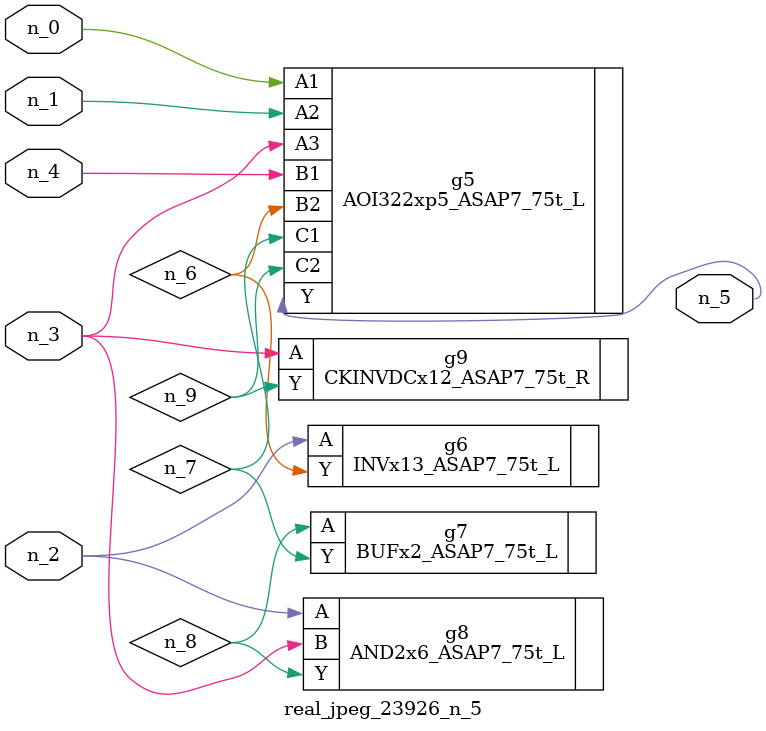
<source format=v>
module real_jpeg_23926_n_5 (n_4, n_0, n_1, n_2, n_3, n_5);

input n_4;
input n_0;
input n_1;
input n_2;
input n_3;

output n_5;

wire n_8;
wire n_6;
wire n_7;
wire n_9;

AOI322xp5_ASAP7_75t_L g5 ( 
.A1(n_0),
.A2(n_1),
.A3(n_3),
.B1(n_4),
.B2(n_6),
.C1(n_7),
.C2(n_9),
.Y(n_5)
);

INVx13_ASAP7_75t_L g6 ( 
.A(n_2),
.Y(n_6)
);

AND2x6_ASAP7_75t_L g8 ( 
.A(n_2),
.B(n_3),
.Y(n_8)
);

CKINVDCx12_ASAP7_75t_R g9 ( 
.A(n_3),
.Y(n_9)
);

BUFx2_ASAP7_75t_L g7 ( 
.A(n_8),
.Y(n_7)
);


endmodule
</source>
